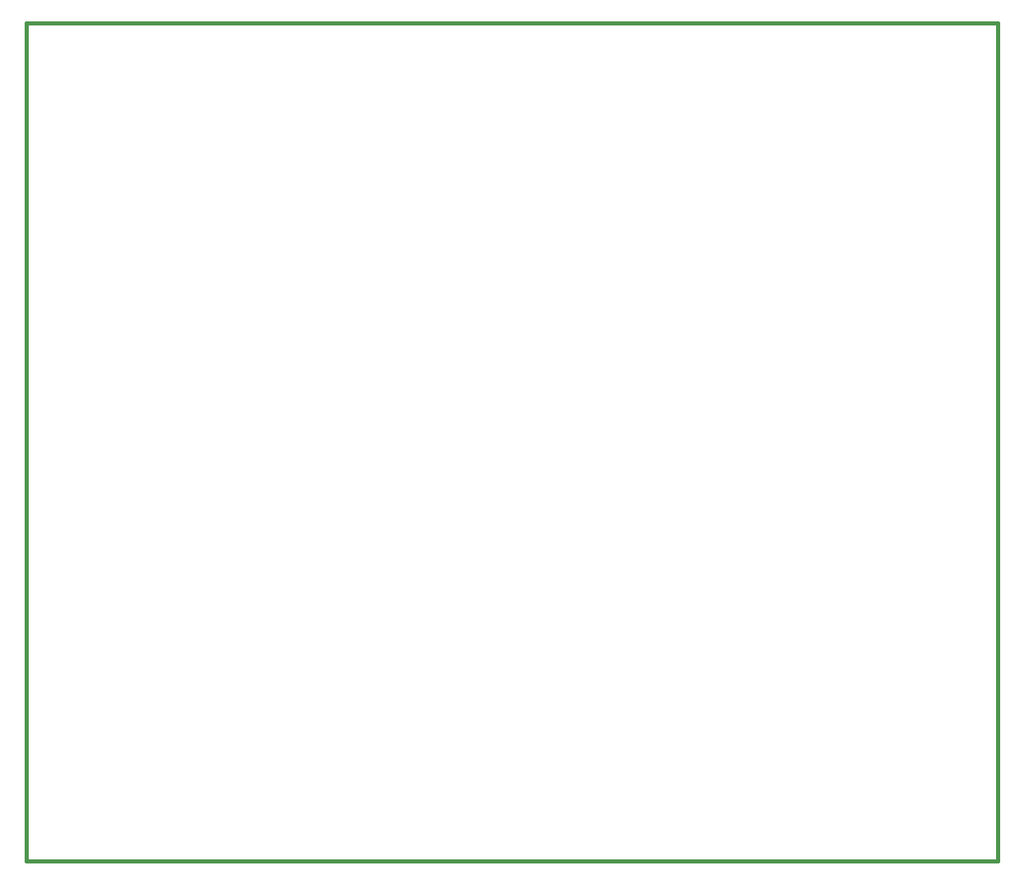
<source format=gbr>
G04 (created by PCBNEW (2013-mar-13)-testing) date dim. 08 sept. 2013 12:04:55 CEST*
%MOIN*%
G04 Gerber Fmt 3.4, Leading zero omitted, Abs format*
%FSLAX34Y34*%
G01*
G70*
G90*
G04 APERTURE LIST*
%ADD10C,0.005906*%
%ADD11C,0.015000*%
G04 APERTURE END LIST*
G54D10*
G54D11*
X71500Y-62000D02*
X110900Y-62000D01*
X71500Y-28000D02*
X110900Y-28000D01*
X110900Y-28000D02*
X110800Y-28000D01*
X110900Y-62000D02*
X110900Y-28000D01*
X71500Y-62000D02*
X71500Y-28000D01*
M02*

</source>
